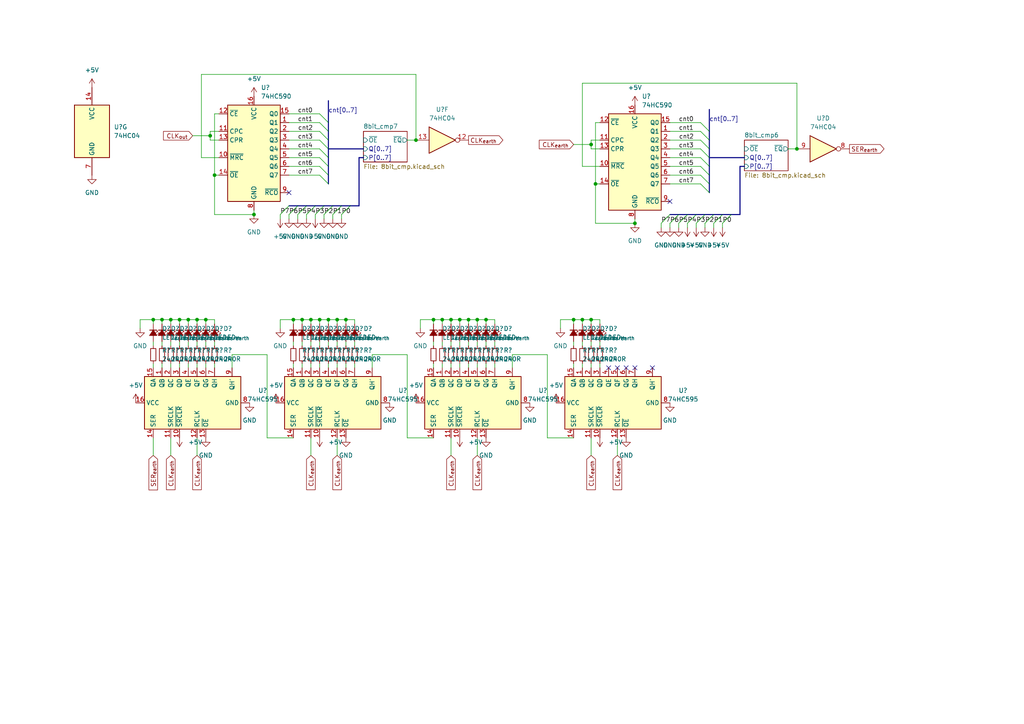
<source format=kicad_sch>
(kicad_sch (version 20230121) (generator eeschema)
  (paper "A4")
  (lib_symbols
    (symbol "74xx:74HC04"
      (property "Reference" "U" (at 0 1.27 0))
      (property "Value" "74HC04" (at 0 -1.27 0))
      (symbol "74HC04_1_0"
        (polyline (pts (xy -3.81 3.81) (xy -3.81 -3.81) (xy 3.81 0) (xy -3.81 3.81)) (stroke (width 0.254)) (fill (type background)))
        (pin input line (at -7.62 0 0) (length 3.81) (name "~") (number "1"))
        (pin output inverted (at 7.62 0 180) (length 3.81) (name "~") (number "2"))
      )
      (symbol "74HC04_2_0"
        (polyline (pts (xy -3.81 3.81) (xy -3.81 -3.81) (xy 3.81 0) (xy -3.81 3.81)) (stroke (width 0.254)) (fill (type background)))
        (pin input line (at -7.62 0 0) (length 3.81) (name "~") (number "3"))
        (pin output inverted (at 7.62 0 180) (length 3.81) (name "~") (number "4"))
      )
      (symbol "74HC04_3_0"
        (polyline (pts (xy -3.81 3.81) (xy -3.81 -3.81) (xy 3.81 0) (xy -3.81 3.81)) (stroke (width 0.254)) (fill (type background)))
        (pin input line (at -7.62 0 0) (length 3.81) (name "~") (number "5"))
        (pin output inverted (at 7.62 0 180) (length 3.81) (name "~") (number "6"))
      )
      (symbol "74HC04_4_0"
        (polyline (pts (xy -3.81 3.81) (xy -3.81 -3.81) (xy 3.81 0) (xy -3.81 3.81)) (stroke (width 0.254)) (fill (type background)))
        (pin output inverted (at 7.62 0 180) (length 3.81) (name "~") (number "8"))
        (pin input line (at -7.62 0 0) (length 3.81) (name "~") (number "9"))
      )
      (symbol "74HC04_5_0"
        (polyline (pts (xy -3.81 3.81) (xy -3.81 -3.81) (xy 3.81 0) (xy -3.81 3.81)) (stroke (width 0.254)) (fill (type background)))
        (pin output inverted (at 7.62 0 180) (length 3.81) (name "~") (number "10"))
        (pin input line (at -7.62 0 0) (length 3.81) (name "~") (number "11"))
      )
      (symbol "74HC04_6_0"
        (polyline (pts (xy -3.81 3.81) (xy -3.81 -3.81) (xy 3.81 0) (xy -3.81 3.81)) (stroke (width 0.254)) (fill (type background)))
        (pin output inverted (at 7.62 0 180) (length 3.81) (name "~") (number "12"))
        (pin input line (at -7.62 0 0) (length 3.81) (name "~") (number "13"))
      )
      (symbol "74HC04_7_0"
        (pin power_in line (at 0 12.7 270) (length 5.08) (name "VCC") (number "14"))
        (pin power_in line (at 0 -12.7 90) (length 5.08) (name "GND") (number "7"))
      )
      (symbol "74HC04_7_1"
        (rectangle (start -5.08 7.62) (end 5.08 -7.62) (stroke (width 0.254)) (fill (type background)))
      )
    )
    (symbol "74xx:74HC590"
      (property "Reference" "U" (at -7.62 16.51 0))
      (property "Value" "74HC590" (at -7.62 -13.97 0))
      (symbol "74HC590_1_0"
        (pin tri_state line (at 10.16 10.16 180) (length 2.54) (name "Q1") (number "1"))
        (pin input line (at -10.16 0 0) (length 2.54) (name "~{MRC}") (number "10"))
        (pin input line (at -10.16 7.62 0) (length 2.54) (name "CPC") (number "11"))
        (pin input line (at -10.16 12.7 0) (length 2.54) (name "~{CE}") (number "12"))
        (pin input line (at -10.16 5.08 0) (length 2.54) (name "CPR") (number "13"))
        (pin input line (at -10.16 -5.08 0) (length 2.54) (name "~{OE}") (number "14"))
        (pin tri_state line (at 10.16 12.7 180) (length 2.54) (name "Q0") (number "15"))
        (pin power_in line (at 0 17.78 270) (length 2.54) (name "VCC") (number "16"))
        (pin tri_state line (at 10.16 7.62 180) (length 2.54) (name "Q2") (number "2"))
        (pin tri_state line (at 10.16 5.08 180) (length 2.54) (name "Q3") (number "3"))
        (pin tri_state line (at 10.16 2.54 180) (length 2.54) (name "Q4") (number "4"))
        (pin tri_state line (at 10.16 0 180) (length 2.54) (name "Q5") (number "5"))
        (pin tri_state line (at 10.16 -2.54 180) (length 2.54) (name "Q6") (number "6"))
        (pin tri_state line (at 10.16 -5.08 180) (length 2.54) (name "Q7") (number "7"))
        (pin power_in line (at 0 -15.24 90) (length 2.54) (name "GND") (number "8"))
        (pin output line (at 10.16 -10.16 180) (length 2.54) (name "~{RCO}") (number "9"))
      )
      (symbol "74HC590_1_1"
        (rectangle (start -7.62 15.24) (end 7.62 -12.7) (stroke (width 0.254)) (fill (type background)))
      )
    )
    (symbol "74xx:74HC595"
      (property "Reference" "U" (at -7.62 13.97 0))
      (property "Value" "74HC595" (at -7.62 -16.51 0))
      (symbol "74HC595_1_0"
        (pin tri_state line (at 10.16 7.62 180) (length 2.54) (name "QB") (number "1"))
        (pin input line (at -10.16 2.54 0) (length 2.54) (name "~{SRCLR}") (number "10"))
        (pin input line (at -10.16 5.08 0) (length 2.54) (name "SRCLK") (number "11"))
        (pin input line (at -10.16 -2.54 0) (length 2.54) (name "RCLK") (number "12"))
        (pin input line (at -10.16 -5.08 0) (length 2.54) (name "~{OE}") (number "13"))
        (pin input line (at -10.16 10.16 0) (length 2.54) (name "SER") (number "14"))
        (pin tri_state line (at 10.16 10.16 180) (length 2.54) (name "QA") (number "15"))
        (pin power_in line (at 0 15.24 270) (length 2.54) (name "VCC") (number "16"))
        (pin tri_state line (at 10.16 5.08 180) (length 2.54) (name "QC") (number "2"))
        (pin tri_state line (at 10.16 2.54 180) (length 2.54) (name "QD") (number "3"))
        (pin tri_state line (at 10.16 0 180) (length 2.54) (name "QE") (number "4"))
        (pin tri_state line (at 10.16 -2.54 180) (length 2.54) (name "QF") (number "5"))
        (pin tri_state line (at 10.16 -5.08 180) (length 2.54) (name "QG") (number "6"))
        (pin tri_state line (at 10.16 -7.62 180) (length 2.54) (name "QH") (number "7"))
        (pin power_in line (at 0 -17.78 90) (length 2.54) (name "GND") (number "8"))
        (pin output line (at 10.16 -12.7 180) (length 2.54) (name "QH'") (number "9"))
      )
      (symbol "74HC595_1_1"
        (rectangle (start -7.62 12.7) (end 7.62 -15.24) (stroke (width 0.254)) (fill (type background)))
      )
    )
    (symbol "Device:LED_Small_Filled" (pin_numbers hide) (pin_names (offset 0.254) hide)
      (property "Reference" "D" (at -1.27 3.175 0))
      (property "Value" "LED_Small_Filled" (at -4.445 -2.54 0))
      (symbol "LED_Small_Filled_0_1"
        (polyline (pts (xy -0.762 -1.016) (xy -0.762 1.016)) (stroke (width 0.254)))
        (polyline (pts (xy 1.016 0) (xy -0.762 0)))
        (polyline (pts (xy 0.762 -1.016) (xy -0.762 0) (xy 0.762 1.016) (xy 0.762 -1.016)) (stroke (width 0.254)) (fill (type outline)))
        (polyline (pts (xy 0 0.762) (xy -0.508 1.27) (xy -0.254 1.27) (xy -0.508 1.27) (xy -0.508 1.016)))
        (polyline (pts (xy 0.508 1.27) (xy 0 1.778) (xy 0.254 1.778) (xy 0 1.778) (xy 0 1.524)))
      )
      (symbol "LED_Small_Filled_1_1"
        (pin passive line (at -2.54 0 0) (length 1.778) (name "K") (number "1"))
        (pin passive line (at 2.54 0 180) (length 1.778) (name "A") (number "2"))
      )
    )
    (symbol "Device:R_Small" (pin_numbers hide) (pin_names (offset 0.254) hide)
      (property "Reference" "R" (at 0.762 0.508 0))
      (property "Value" "R_Small" (at 0.762 -1.016 0))
      (symbol "R_Small_0_1"
        (rectangle (start -0.762 1.778) (end 0.762 -1.778) (stroke (width 0.2032)))
      )
      (symbol "R_Small_1_1"
        (pin passive line (at 0 2.54 270) (length 0.762) (name "~") (number "1"))
        (pin passive line (at 0 -2.54 90) (length 0.762) (name "~") (number "2"))
      )
    )
    (symbol "power:+5V" (power) (pin_names (offset 0))
      (property "Value" "+5V" (at 0 3.556 0))
      (symbol "+5V_0_1"
        (polyline (pts (xy -0.762 1.27) (xy 0 2.54)))
        (polyline (pts (xy 0 0) (xy 0 2.54)))
        (polyline (pts (xy 0 2.54) (xy 0.762 1.27)))
      )
      (symbol "+5V_1_1"
        (pin power_in line (at 0 0 90) (length 0) hide (name "+5V") (number "1"))
      )
    )
    (symbol "power:GND" (power) (pin_names (offset 0))
      (property "Value" "GND" (at 0 -3.81 0))
      (symbol "GND_0_1"
        (polyline (pts (xy 0 0) (xy 0 -1.27) (xy 1.27 -1.27) (xy 0 -2.54) (xy -1.27 -1.27) (xy 0 -1.27)))
      )
      (symbol "GND_1_1"
        (pin power_in line (at 0 0 270) (length 0) hide (name "GND") (number "1"))
      )
    )
  )
  (junction (at 166.37 92.71))
  (junction (at 138.43 92.71))
  (junction (at 52.07 92.71))
  (junction (at 97.79 92.71))
  (junction (at 57.15 92.71))
  (junction (at 120.65 40.64))
  (junction (at 49.53 92.71))
  (junction (at 46.99 92.71))
  (junction (at 90.17 92.71))
  (junction (at 130.81 92.71))
  (junction (at 60.96 39.37))
  (junction (at 172.72 53.34))
  (junction (at 133.35 92.71))
  (junction (at 87.63 92.71))
  (junction (at 125.73 92.71))
  (junction (at 54.61 92.71))
  (junction (at 92.71 92.71))
  (junction (at 171.45 92.71))
  (junction (at 168.91 92.71))
  (junction (at 59.69 92.71))
  (junction (at 231.14 43.18))
  (junction (at 140.97 92.71))
  (junction (at 100.33 92.71))
  (junction (at 95.25 92.71))
  (junction (at 62.23 50.8))
  (junction (at 171.45 41.91))
  (junction (at 85.09 92.71))
  (junction (at 128.27 92.71))
  (junction (at 44.45 92.71))
  (junction (at 135.89 92.71))
  (junction (at 184.15 64.77))
  (junction (at 73.66 62.23))
  (no_connect (at 83.82 55.88))
  (no_connect (at 189.23 106.68))
  (no_connect (at 181.61 106.68))
  (no_connect (at 176.53 106.68))
  (no_connect (at 184.15 106.68))
  (no_connect (at 179.07 106.68))
  (no_connect (at 194.31 58.42))
  (bus_entry (at 199.39 62.23) (size -2.54 2.54))
  (bus_entry (at 204.47 62.23) (size -2.54 2.54))
  (bus_entry (at 203.2 45.72) (size 2.54 2.54))
  (bus_entry (at 96.52 59.69) (size -2.54 2.54))
  (bus_entry (at 201.93 62.23) (size -2.54 2.54))
  (bus_entry (at 92.71 35.56) (size 2.54 2.54))
  (bus_entry (at 93.98 59.69) (size -2.54 2.54))
  (bus_entry (at 209.55 62.23) (size -2.54 2.54))
  (bus_entry (at 203.2 35.56) (size 2.54 2.54))
  (bus_entry (at 91.44 59.69) (size -2.54 2.54))
  (bus_entry (at 92.71 40.64) (size 2.54 2.54))
  (bus_entry (at 92.71 43.18) (size 2.54 2.54))
  (bus_entry (at 99.06 59.69) (size -2.54 2.54))
  (bus_entry (at 101.6 59.69) (size -2.54 2.54))
  (bus_entry (at 194.31 62.23) (size -2.54 2.54))
  (bus_entry (at 86.36 59.69) (size -2.54 2.54))
  (bus_entry (at 203.2 53.34) (size 2.54 2.54))
  (bus_entry (at 207.01 62.23) (size -2.54 2.54))
  (bus_entry (at 92.71 50.8) (size 2.54 2.54))
  (bus_entry (at 88.9 59.69) (size -2.54 2.54))
  (bus_entry (at 92.71 33.02) (size 2.54 2.54))
  (bus_entry (at 196.85 62.23) (size -2.54 2.54))
  (bus_entry (at 83.82 59.69) (size -2.54 2.54))
  (bus_entry (at 203.2 40.64) (size 2.54 2.54))
  (bus_entry (at 92.71 38.1) (size 2.54 2.54))
  (bus_entry (at 92.71 48.26) (size 2.54 2.54))
  (bus_entry (at 203.2 48.26) (size 2.54 2.54))
  (bus_entry (at 212.09 62.23) (size -2.54 2.54))
  (bus_entry (at 203.2 43.18) (size 2.54 2.54))
  (bus_entry (at 203.2 38.1) (size 2.54 2.54))
  (bus_entry (at 92.71 45.72) (size 2.54 2.54))
  (bus_entry (at 203.2 50.8) (size 2.54 2.54))
  (wire (pts (xy 90.17 105.41) (xy 90.17 106.68)))
  (wire (pts (xy 54.61 92.71) (xy 54.61 93.98)))
  (wire (pts (xy 62.23 105.41) (xy 62.23 106.68)))
  (wire (pts (xy 87.63 99.06) (xy 87.63 100.33)))
  (wire (pts (xy 83.82 40.64) (xy 92.71 40.64)))
  (wire (pts (xy 44.45 105.41) (xy 44.45 106.68)))
  (wire (pts (xy 130.81 127) (xy 130.81 132.08)))
  (wire (pts (xy 143.51 99.06) (xy 143.51 100.33)))
  (wire (pts (xy 100.33 92.71) (xy 100.33 93.98)))
  (wire (pts (xy 83.82 35.56) (xy 92.71 35.56)))
  (wire (pts (xy 83.82 62.23) (xy 83.82 63.5)))
  (wire (pts (xy 128.27 105.41) (xy 128.27 106.68)))
  (wire (pts (xy 231.14 24.13) (xy 168.91 24.13)))
  (wire (pts (xy 118.11 127) (xy 125.73 127)))
  (wire (pts (xy 60.96 39.37) (xy 60.96 38.1)))
  (wire (pts (xy 54.61 92.71) (xy 57.15 92.71)))
  (wire (pts (xy 95.25 92.71) (xy 95.25 93.98)))
  (wire (pts (xy 49.53 92.71) (xy 49.53 93.98)))
  (wire (pts (xy 133.35 99.06) (xy 133.35 100.33)))
  (wire (pts (xy 171.45 43.18) (xy 171.45 41.91)))
  (wire (pts (xy 46.99 92.71) (xy 49.53 92.71)))
  (wire (pts (xy 173.99 105.41) (xy 173.99 106.68)))
  (wire (pts (xy 194.31 35.56) (xy 203.2 35.56)))
  (wire (pts (xy 62.23 99.06) (xy 62.23 100.33)))
  (wire (pts (xy 62.23 62.23) (xy 62.23 50.8)))
  (wire (pts (xy 166.37 41.91) (xy 171.45 41.91)))
  (wire (pts (xy 99.06 62.23) (xy 99.06 63.5)))
  (wire (pts (xy 81.28 62.23) (xy 81.28 63.5)))
  (wire (pts (xy 85.09 99.06) (xy 85.09 100.33)))
  (wire (pts (xy 95.25 105.41) (xy 95.25 106.68)))
  (wire (pts (xy 46.99 92.71) (xy 46.99 93.98)))
  (wire (pts (xy 158.75 127) (xy 166.37 127)))
  (wire (pts (xy 171.45 41.91) (xy 171.45 40.64)))
  (wire (pts (xy 184.15 63.5) (xy 184.15 64.77)))
  (wire (pts (xy 168.91 48.26) (xy 173.99 48.26)))
  (wire (pts (xy 49.53 99.06) (xy 49.53 100.33)))
  (wire (pts (xy 207.01 64.77) (xy 207.01 66.04)))
  (bus (pts (xy 205.74 43.18) (xy 205.74 45.72)))
  (wire (pts (xy 194.31 38.1) (xy 203.2 38.1)))
  (wire (pts (xy 133.35 92.71) (xy 135.89 92.71)))
  (wire (pts (xy 62.23 33.02) (xy 63.5 33.02)))
  (wire (pts (xy 40.64 92.71) (xy 44.45 92.71)))
  (wire (pts (xy 121.92 92.71) (xy 121.92 95.25)))
  (wire (pts (xy 107.95 106.68) (xy 107.95 102.87)))
  (bus (pts (xy 194.31 62.23) (xy 196.85 62.23)))
  (bus (pts (xy 214.63 62.23) (xy 214.63 48.26)))
  (wire (pts (xy 49.53 127) (xy 49.53 132.08)))
  (wire (pts (xy 81.28 92.71) (xy 81.28 95.25)))
  (bus (pts (xy 209.55 62.23) (xy 212.09 62.23)))
  (bus (pts (xy 83.82 59.69) (xy 86.36 59.69)))
  (wire (pts (xy 49.53 92.71) (xy 52.07 92.71)))
  (wire (pts (xy 46.99 99.06) (xy 46.99 100.33)))
  (wire (pts (xy 62.23 50.8) (xy 62.23 33.02)))
  (wire (pts (xy 194.31 48.26) (xy 203.2 48.26)))
  (wire (pts (xy 100.33 99.06) (xy 100.33 100.33)))
  (wire (pts (xy 194.31 53.34) (xy 203.2 53.34)))
  (wire (pts (xy 158.75 102.87) (xy 158.75 127)))
  (wire (pts (xy 166.37 105.41) (xy 166.37 106.68)))
  (bus (pts (xy 93.98 59.69) (xy 96.52 59.69)))
  (wire (pts (xy 201.93 64.77) (xy 201.93 66.04)))
  (wire (pts (xy 59.69 92.71) (xy 59.69 93.98)))
  (bus (pts (xy 205.74 40.64) (xy 205.74 43.18)))
  (bus (pts (xy 95.25 45.72) (xy 95.25 48.26)))
  (wire (pts (xy 52.07 105.41) (xy 52.07 106.68)))
  (bus (pts (xy 95.25 40.64) (xy 95.25 43.18)))
  (wire (pts (xy 62.23 50.8) (xy 63.5 50.8)))
  (wire (pts (xy 97.79 92.71) (xy 100.33 92.71)))
  (wire (pts (xy 73.66 62.23) (xy 62.23 62.23)))
  (wire (pts (xy 140.97 92.71) (xy 140.97 93.98)))
  (wire (pts (xy 196.85 64.77) (xy 196.85 66.04)))
  (wire (pts (xy 90.17 92.71) (xy 92.71 92.71)))
  (wire (pts (xy 130.81 92.71) (xy 130.81 93.98)))
  (bus (pts (xy 196.85 62.23) (xy 199.39 62.23)))
  (bus (pts (xy 201.93 62.23) (xy 204.47 62.23)))
  (wire (pts (xy 172.72 53.34) (xy 172.72 35.56)))
  (wire (pts (xy 231.14 43.18) (xy 231.14 24.13)))
  (wire (pts (xy 90.17 127) (xy 90.17 132.08)))
  (bus (pts (xy 95.25 35.56) (xy 95.25 38.1)))
  (wire (pts (xy 62.23 92.71) (xy 62.23 93.98)))
  (wire (pts (xy 143.51 105.41) (xy 143.51 106.68)))
  (wire (pts (xy 52.07 99.06) (xy 52.07 100.33)))
  (wire (pts (xy 138.43 127) (xy 138.43 132.08)))
  (bus (pts (xy 205.74 45.72) (xy 215.9 45.72)))
  (wire (pts (xy 172.72 53.34) (xy 173.99 53.34)))
  (wire (pts (xy 92.71 105.41) (xy 92.71 106.68)))
  (wire (pts (xy 102.87 99.06) (xy 102.87 100.33)))
  (wire (pts (xy 58.42 21.59) (xy 58.42 45.72)))
  (wire (pts (xy 83.82 43.18) (xy 92.71 43.18)))
  (wire (pts (xy 57.15 105.41) (xy 57.15 106.68)))
  (bus (pts (xy 205.74 45.72) (xy 205.74 48.26)))
  (wire (pts (xy 92.71 92.71) (xy 95.25 92.71)))
  (wire (pts (xy 118.11 40.64) (xy 120.65 40.64)))
  (wire (pts (xy 120.65 40.64) (xy 120.65 21.59)))
  (wire (pts (xy 100.33 105.41) (xy 100.33 106.68)))
  (wire (pts (xy 125.73 99.06) (xy 125.73 100.33)))
  (wire (pts (xy 54.61 99.06) (xy 54.61 100.33)))
  (bus (pts (xy 212.09 62.23) (xy 214.63 62.23)))
  (wire (pts (xy 57.15 99.06) (xy 57.15 100.33)))
  (wire (pts (xy 93.98 62.23) (xy 93.98 63.5)))
  (wire (pts (xy 166.37 92.71) (xy 168.91 92.71)))
  (wire (pts (xy 168.91 24.13) (xy 168.91 48.26)))
  (wire (pts (xy 148.59 102.87) (xy 158.75 102.87)))
  (wire (pts (xy 97.79 127) (xy 97.79 132.08)))
  (wire (pts (xy 168.91 105.41) (xy 168.91 106.68)))
  (wire (pts (xy 90.17 92.71) (xy 90.17 93.98)))
  (bus (pts (xy 205.74 31.75) (xy 205.74 38.1)))
  (bus (pts (xy 205.74 48.26) (xy 205.74 50.8)))
  (wire (pts (xy 171.45 127) (xy 171.45 132.08)))
  (wire (pts (xy 95.25 99.06) (xy 95.25 100.33)))
  (bus (pts (xy 104.14 59.69) (xy 104.14 45.72)))
  (wire (pts (xy 171.45 105.41) (xy 171.45 106.68)))
  (bus (pts (xy 207.01 62.23) (xy 209.55 62.23)))
  (wire (pts (xy 194.31 43.18) (xy 203.2 43.18)))
  (wire (pts (xy 107.95 102.87) (xy 118.11 102.87)))
  (wire (pts (xy 44.45 99.06) (xy 44.45 100.33)))
  (wire (pts (xy 125.73 92.71) (xy 128.27 92.71)))
  (wire (pts (xy 102.87 92.71) (xy 100.33 92.71)))
  (wire (pts (xy 168.91 99.06) (xy 168.91 100.33)))
  (wire (pts (xy 57.15 92.71) (xy 59.69 92.71)))
  (wire (pts (xy 57.15 92.71) (xy 57.15 93.98)))
  (wire (pts (xy 85.09 105.41) (xy 85.09 106.68)))
  (wire (pts (xy 173.99 92.71) (xy 173.99 93.98)))
  (wire (pts (xy 57.15 127) (xy 57.15 132.08)))
  (wire (pts (xy 85.09 92.71) (xy 85.09 93.98)))
  (wire (pts (xy 166.37 92.71) (xy 166.37 93.98)))
  (wire (pts (xy 171.45 92.71) (xy 173.99 92.71)))
  (wire (pts (xy 102.87 92.71) (xy 102.87 93.98)))
  (bus (pts (xy 204.47 62.23) (xy 207.01 62.23)))
  (wire (pts (xy 85.09 92.71) (xy 87.63 92.71)))
  (wire (pts (xy 87.63 92.71) (xy 87.63 93.98)))
  (wire (pts (xy 62.23 92.71) (xy 59.69 92.71)))
  (wire (pts (xy 143.51 92.71) (xy 143.51 93.98)))
  (wire (pts (xy 54.61 105.41) (xy 54.61 106.68)))
  (wire (pts (xy 135.89 92.71) (xy 138.43 92.71)))
  (wire (pts (xy 209.55 64.77) (xy 209.55 66.04)))
  (wire (pts (xy 77.47 102.87) (xy 77.47 127)))
  (wire (pts (xy 184.15 64.77) (xy 172.72 64.77)))
  (wire (pts (xy 168.91 92.71) (xy 168.91 93.98)))
  (bus (pts (xy 205.74 50.8) (xy 205.74 53.34)))
  (wire (pts (xy 138.43 92.71) (xy 138.43 93.98)))
  (bus (pts (xy 95.25 38.1) (xy 95.25 40.64)))
  (wire (pts (xy 138.43 92.71) (xy 140.97 92.71)))
  (wire (pts (xy 125.73 105.41) (xy 125.73 106.68)))
  (wire (pts (xy 77.47 127) (xy 85.09 127)))
  (wire (pts (xy 135.89 105.41) (xy 135.89 106.68)))
  (wire (pts (xy 91.44 62.23) (xy 91.44 63.5)))
  (wire (pts (xy 140.97 99.06) (xy 140.97 100.33)))
  (wire (pts (xy 96.52 62.23) (xy 96.52 63.5)))
  (wire (pts (xy 138.43 105.41) (xy 138.43 106.68)))
  (wire (pts (xy 52.07 92.71) (xy 54.61 92.71)))
  (wire (pts (xy 60.96 38.1) (xy 63.5 38.1)))
  (wire (pts (xy 171.45 40.64) (xy 173.99 40.64)))
  (wire (pts (xy 173.99 43.18) (xy 171.45 43.18)))
  (wire (pts (xy 128.27 92.71) (xy 130.81 92.71)))
  (wire (pts (xy 168.91 92.71) (xy 171.45 92.71)))
  (wire (pts (xy 172.72 64.77) (xy 172.72 53.34)))
  (wire (pts (xy 83.82 48.26) (xy 92.71 48.26)))
  (wire (pts (xy 58.42 45.72) (xy 63.5 45.72)))
  (wire (pts (xy 130.81 92.71) (xy 133.35 92.71)))
  (wire (pts (xy 92.71 99.06) (xy 92.71 100.33)))
  (wire (pts (xy 83.82 45.72) (xy 92.71 45.72)))
  (wire (pts (xy 143.51 92.71) (xy 140.97 92.71)))
  (wire (pts (xy 228.6 43.18) (xy 231.14 43.18)))
  (bus (pts (xy 205.74 53.34) (xy 205.74 55.88)))
  (wire (pts (xy 135.89 92.71) (xy 135.89 93.98)))
  (wire (pts (xy 130.81 99.06) (xy 130.81 100.33)))
  (wire (pts (xy 83.82 38.1) (xy 92.71 38.1)))
  (wire (pts (xy 173.99 99.06) (xy 173.99 100.33)))
  (wire (pts (xy 87.63 105.41) (xy 87.63 106.68)))
  (wire (pts (xy 97.79 92.71) (xy 97.79 93.98)))
  (bus (pts (xy 91.44 59.69) (xy 93.98 59.69)))
  (wire (pts (xy 162.56 92.71) (xy 162.56 95.25)))
  (wire (pts (xy 171.45 92.71) (xy 171.45 93.98)))
  (wire (pts (xy 92.71 92.71) (xy 92.71 93.98)))
  (bus (pts (xy 214.63 48.26) (xy 215.9 48.26)))
  (wire (pts (xy 138.43 99.06) (xy 138.43 100.33)))
  (bus (pts (xy 101.6 59.69) (xy 104.14 59.69)))
  (wire (pts (xy 63.5 40.64) (xy 60.96 40.64)))
  (wire (pts (xy 97.79 105.41) (xy 97.79 106.68)))
  (wire (pts (xy 194.31 64.77) (xy 194.31 66.04)))
  (wire (pts (xy 148.59 106.68) (xy 148.59 102.87)))
  (wire (pts (xy 52.07 92.71) (xy 52.07 93.98)))
  (wire (pts (xy 67.31 106.68) (xy 67.31 102.87)))
  (wire (pts (xy 128.27 92.71) (xy 128.27 93.98)))
  (wire (pts (xy 44.45 132.08) (xy 44.45 127)))
  (bus (pts (xy 88.9 59.69) (xy 91.44 59.69)))
  (bus (pts (xy 95.25 29.21) (xy 95.25 35.56)))
  (wire (pts (xy 59.69 99.06) (xy 59.69 100.33)))
  (bus (pts (xy 86.36 59.69) (xy 88.9 59.69)))
  (wire (pts (xy 40.64 92.71) (xy 40.64 95.25)))
  (bus (pts (xy 95.25 43.18) (xy 105.41 43.18)))
  (wire (pts (xy 83.82 50.8) (xy 92.71 50.8)))
  (wire (pts (xy 140.97 105.41) (xy 140.97 106.68)))
  (wire (pts (xy 194.31 50.8) (xy 203.2 50.8)))
  (wire (pts (xy 171.45 99.06) (xy 171.45 100.33)))
  (wire (pts (xy 130.81 105.41) (xy 130.81 106.68)))
  (wire (pts (xy 87.63 92.71) (xy 90.17 92.71)))
  (wire (pts (xy 59.69 105.41) (xy 59.69 106.68)))
  (wire (pts (xy 49.53 105.41) (xy 49.53 106.68)))
  (wire (pts (xy 67.31 102.87) (xy 77.47 102.87)))
  (wire (pts (xy 179.07 127) (xy 179.07 132.08)))
  (wire (pts (xy 95.25 92.71) (xy 97.79 92.71)))
  (wire (pts (xy 166.37 99.06) (xy 166.37 100.33)))
  (wire (pts (xy 102.87 105.41) (xy 102.87 106.68)))
  (bus (pts (xy 95.25 50.8) (xy 95.25 53.34)))
  (wire (pts (xy 60.96 40.64) (xy 60.96 39.37)))
  (wire (pts (xy 118.11 102.87) (xy 118.11 127)))
  (wire (pts (xy 125.73 92.71) (xy 125.73 93.98)))
  (wire (pts (xy 162.56 92.71) (xy 166.37 92.71)))
  (wire (pts (xy 194.31 45.72) (xy 203.2 45.72)))
  (wire (pts (xy 81.28 92.71) (xy 85.09 92.71)))
  (wire (pts (xy 97.79 99.06) (xy 97.79 100.33)))
  (wire (pts (xy 191.77 64.77) (xy 191.77 66.04)))
  (bus (pts (xy 95.25 48.26) (xy 95.25 50.8)))
  (bus (pts (xy 199.39 62.23) (xy 201.93 62.23)))
  (bus (pts (xy 104.14 45.72) (xy 105.41 45.72)))
  (bus (pts (xy 99.06 59.69) (xy 101.6 59.69)))
  (bus (pts (xy 96.52 59.69) (xy 99.06 59.69)))
  (wire (pts (xy 44.45 92.71) (xy 44.45 93.98)))
  (wire (pts (xy 204.47 64.77) (xy 204.47 66.04)))
  (wire (pts (xy 44.45 92.71) (xy 46.99 92.71)))
  (bus (pts (xy 95.25 43.18) (xy 95.25 45.72)))
  (bus (pts (xy 205.74 38.1) (xy 205.74 40.64)))
  (wire (pts (xy 172.72 35.56) (xy 173.99 35.56)))
  (wire (pts (xy 90.17 99.06) (xy 90.17 100.33)))
  (wire (pts (xy 194.31 40.64) (xy 203.2 40.64)))
  (wire (pts (xy 46.99 105.41) (xy 46.99 106.68)))
  (wire (pts (xy 128.27 99.06) (xy 128.27 100.33)))
  (wire (pts (xy 83.82 33.02) (xy 92.71 33.02)))
  (wire (pts (xy 120.65 21.59) (xy 58.42 21.59)))
  (wire (pts (xy 199.39 64.77) (xy 199.39 66.04)))
  (wire (pts (xy 73.66 60.96) (xy 73.66 62.23)))
  (wire (pts (xy 55.88 39.37) (xy 60.96 39.37)))
  (wire (pts (xy 88.9 62.23) (xy 88.9 63.5)))
  (wire (pts (xy 135.89 99.06) (xy 135.89 100.33)))
  (wire (pts (xy 86.36 62.23) (xy 86.36 63.5)))
  (wire (pts (xy 133.35 105.41) (xy 133.35 106.68)))
  (wire (pts (xy 121.92 92.71) (xy 125.73 92.71)))
  (wire (pts (xy 133.35 92.71) (xy 133.35 93.98)))
  (label "P4" (at 88.9 62.23 0))
  (label "cnt7" (at 196.85 53.34 0))
  (label "cnt[0..7]" (at 95.25 33.02 0))
  (label "cnt4" (at 86.36 43.18 0))
  (label "cnt1" (at 86.36 35.56 0))
  (label "cnt[0..7]" (at 205.74 35.56 0))
  (label "P6" (at 83.82 62.23 0))
  (label "P0" (at 99.06 62.23 0))
  (label "P0" (at 209.55 64.77 0))
  (label "cnt0" (at 196.85 35.56 0))
  (label "cnt7" (at 86.36 50.8 0))
  (label "P3" (at 201.93 64.77 0))
  (label "cnt6" (at 86.36 48.26 0))
  (label "cnt1" (at 196.85 38.1 0))
  (label "P2" (at 93.98 62.23 0))
  (label "P5" (at 196.85 64.77 0))
  (label "P2" (at 204.47 64.77 0))
  (label "cnt2" (at 86.4114 38.1 0))
  (label "P7" (at 191.77 64.77 0))
  (label "cnt2" (at 196.9014 40.64 0))
  (label "cnt0" (at 86.36 33.02 0))
  (label "cnt5" (at 86.36 45.72 0))
  (label "cnt3" (at 86.36 40.64 0))
  (label "P1" (at 207.01 64.77 0))
  (label "cnt4" (at 196.85 45.72 0))
  (label "cnt5" (at 196.85 48.26 0))
  (label "P6" (at 194.31 64.77 0))
  (label "P4" (at 199.39 64.77 0))
  (label "P3" (at 91.44 62.23 0))
  (label "cnt6" (at 196.85 50.8 0))
  (label "P7" (at 81.28 62.23 0))
  (label "P5" (at 86.36 62.23 0))
  (label "P1" (at 96.52 62.23 0))
  (label "cnt3" (at 196.85 43.18 0))
  (global_label "CLK_{earth}" (shape input) (at 179.07 132.08 270) (property "Intersheetrefs" "${INTERSHEET_REFS}" (effects hide)))
  (global_label "CLK_{earth}" (shape input) (at 90.17 132.08 270) (property "Intersheetrefs" "${INTERSHEET_REFS}" (effects hide)))
  (global_label "CLK_{earth}" (shape input) (at 138.43 132.08 270) (property "Intersheetrefs" "${INTERSHEET_REFS}" (effects hide)))
  (global_label "CLK_{earth}" (shape input) (at 57.15 132.08 270) (property "Intersheetrefs" "${INTERSHEET_REFS}" (effects hide)))
  (global_label "CLK_{earth}" (shape input) (at 166.37 41.91 180) (property "Intersheetrefs" "${INTERSHEET_REFS}" (effects hide)))
  (global_label "SER_{earth}" (shape input) (at 44.45 132.08 270) (property "Intersheetrefs" "${INTERSHEET_REFS}" (effects hide)))
  (global_label "CLK_{earth}" (shape input) (at 49.53 132.08 270) (property "Intersheetrefs" "${INTERSHEET_REFS}" (effects hide)))
  (global_label "CLK_{earth}" (shape output) (at 135.89 40.64 0) (property "Intersheetrefs" "${INTERSHEET_REFS}" (effects hide)))
  (global_label "CLK_{earth}" (shape input) (at 97.79 132.08 270) (property "Intersheetrefs" "${INTERSHEET_REFS}" (effects hide)))
  (global_label "CLK_{out}" (shape input) (at 55.88 39.37 180) (property "Intersheetrefs" "${INTERSHEET_REFS}" (effects hide)))
  (global_label "SER_{earth}" (shape output) (at 246.38 43.18 0) (property "Intersheetrefs" "${INTERSHEET_REFS}" (effects hide)))
  (global_label "CLK_{earth}" (shape input) (at 130.81 132.08 270) (property "Intersheetrefs" "${INTERSHEET_REFS}" (effects hide)))
  (global_label "CLK_{earth}" (shape input) (at 171.45 132.08 270) (property "Intersheetrefs" "${INTERSHEET_REFS}" (effects hide)))
  (symbol (lib_id "power:+5V") (at 173.99 127 180) (unit 1)
    (property "Reference" "#PWR?" (effects hide))
    (property "Value" "+5V" (at 176.53 128.2699 0) (effects (justify right)))
  )
  (symbol (lib_id "74xx:74HC595") (at 135.89 116.84 90) (unit 1)
    (property "Reference" "U?" (at 157.48 113.2586 90))
    (property "Value" "74HC595" (at 157.48 115.7986 90))
    (property "Datasheet" "http://www.ti.com/lit/ds/symlink/sn74hc595.pdf" (effects hide))
  )
  (symbol (lib_id "Device:R_Small") (at 168.91 102.87 0) (unit 1)
    (property "Reference" "R?" (at 171.45 101.5999 0) (effects (justify left)))
    (property "Value" "240R" (at 171.45 104.1399 0) (effects (justify left)))
  )
  (symbol (lib_id "Device:LED_Small_Filled") (at 57.15 96.52 270) (unit 1)
    (property "Reference" "D?" (at 59.69 95.3134 90) (effects (justify left)))
    (property "Value" "LED_{earth}" (at 59.69 97.8534 90) (effects (justify left)))
  )
  (symbol (lib_id "power:GND") (at 72.39 116.84 0) (unit 1)
    (property "Reference" "#PWR?" (effects hide))
    (property "Value" "GND" (at 72.39 121.92 0))
  )
  (symbol (lib_id "Device:LED_Small_Filled") (at 125.73 96.52 270) (unit 1)
    (property "Reference" "D?" (at 128.27 95.3134 90) (effects (justify left)))
    (property "Value" "LED_{earth}" (at 128.27 97.8534 90) (effects (justify left)))
  )
  (symbol (lib_id "power:+5V") (at 207.01 66.04 180) (unit 1)
    (property "Reference" "#PWR?" (effects hide))
    (property "Value" "+5V" (at 207.01 71.12 0))
  )
  (symbol (lib_id "Device:LED_Small_Filled") (at 135.89 96.52 270) (unit 1)
    (property "Reference" "D?" (at 138.43 95.3134 90) (effects (justify left)))
    (property "Value" "LED_{earth}" (at 138.43 97.8534 90) (effects (justify left)))
  )
  (symbol (lib_id "Device:LED_Small_Filled") (at 138.43 96.52 270) (unit 1)
    (property "Reference" "D?" (at 140.97 95.3134 90) (effects (justify left)))
    (property "Value" "LED_{earth}" (at 140.97 97.8534 90) (effects (justify left)))
  )
  (symbol (lib_id "Device:LED_Small_Filled") (at 140.97 96.52 270) (unit 1)
    (property "Reference" "D?" (at 143.51 95.3134 90) (effects (justify left)))
    (property "Value" "LED_{earth}" (at 143.51 97.8534 90) (effects (justify left)))
  )
  (symbol (lib_id "Device:R_Small") (at 49.53 102.87 0) (unit 1)
    (property "Reference" "R?" (at 52.07 101.5999 0) (effects (justify left)))
    (property "Value" "240R" (at 52.07 104.1399 0) (effects (justify left)))
  )
  (symbol (lib_id "power:GND") (at 153.67 116.84 0) (unit 1)
    (property "Reference" "#PWR?" (effects hide))
    (property "Value" "GND" (at 153.67 121.92 0))
  )
  (symbol (lib_id "74xx:74HC04") (at 238.76 43.18 0) (unit 4)
    (property "Reference" "U?" (at 238.76 34.29 0))
    (property "Value" "74HC04" (at 238.76 36.83 0))
    (property "Datasheet" "https://assets.nexperia.com/documents/data-sheet/74HC_HCT04.pdf" (effects hide))
  )
  (symbol (lib_id "Device:R_Small") (at 46.99 102.87 0) (unit 1)
    (property "Reference" "R?" (at 49.53 101.5999 0) (effects (justify left)))
    (property "Value" "240R" (at 49.53 104.1399 0) (effects (justify left)))
  )
  (symbol (lib_id "74xx:74HC595") (at 176.53 116.84 90) (unit 1)
    (property "Reference" "U?" (at 198.12 113.2586 90))
    (property "Value" "74HC595" (at 198.12 115.7986 90))
    (property "Datasheet" "http://www.ti.com/lit/ds/symlink/sn74hc595.pdf" (effects hide))
  )
  (symbol (lib_id "power:+5V") (at 161.29 116.84 0) (unit 1)
    (property "Reference" "#PWR?" (effects hide))
    (property "Value" "+5V" (at 161.29 111.76 0))
  )
  (symbol (lib_id "Device:LED_Small_Filled") (at 171.45 96.52 270) (unit 1)
    (property "Reference" "D?" (at 173.99 95.3134 90) (effects (justify left)))
    (property "Value" "LED_{earth}" (at 173.99 97.8534 90) (effects (justify left)))
  )
  (symbol (lib_id "power:+5V") (at 209.55 66.04 180) (unit 1)
    (property "Reference" "#PWR?" (effects hide))
    (property "Value" "+5V" (at 209.55 71.12 0))
  )
  (symbol (lib_id "power:GND") (at 73.66 62.23 0) (unit 1)
    (property "Reference" "#PWR?" (effects hide))
    (property "Value" "GND" (at 73.66 67.31 0))
  )
  (symbol (lib_id "Device:R_Small") (at 140.97 102.87 0) (unit 1)
    (property "Reference" "R?" (at 143.51 101.5999 0) (effects (justify left)))
    (property "Value" "240R" (at 143.51 104.1399 0) (effects (justify left)))
  )
  (symbol (lib_id "Device:R_Small") (at 52.07 102.87 0) (unit 1)
    (property "Reference" "R?" (at 54.61 101.5999 0) (effects (justify left)))
    (property "Value" "240R" (at 54.61 104.1399 0) (effects (justify left)))
  )
  (symbol (lib_id "power:GND") (at 40.64 95.25 0) (unit 1)
    (property "Reference" "#PWR?" (effects hide))
    (property "Value" "GND" (at 40.64 100.33 0))
  )
  (symbol (lib_id "Device:LED_Small_Filled") (at 133.35 96.52 270) (unit 1)
    (property "Reference" "D?" (at 135.89 95.3134 90) (effects (justify left)))
    (property "Value" "LED_{earth}" (at 135.89 97.8534 90) (effects (justify left)))
  )
  (symbol (lib_id "power:GND") (at 184.15 64.77 0) (unit 1)
    (property "Reference" "#PWR?" (effects hide))
    (property "Value" "GND" (at 184.15 69.85 0))
  )
  (symbol (lib_id "power:GND") (at 88.9 63.5 0) (unit 1)
    (property "Reference" "#PWR?" (effects hide))
    (property "Value" "GND" (at 88.9 68.58 0))
  )
  (symbol (lib_id "power:GND") (at 181.61 127 0) (unit 1)
    (property "Reference" "#PWR?" (effects hide))
    (property "Value" "GND" (at 181.61 132.08 0))
  )
  (symbol (lib_id "74xx:74HC595") (at 54.61 116.84 90) (unit 1)
    (property "Reference" "U?" (at 76.2 113.2586 90))
    (property "Value" "74HC595" (at 76.2 115.7986 90))
    (property "Datasheet" "http://www.ti.com/lit/ds/symlink/sn74hc595.pdf" (effects hide))
  )
  (symbol (lib_id "power:GND") (at 96.52 63.5 0) (unit 1)
    (property "Reference" "#PWR?" (effects hide))
    (property "Value" "GND" (at 96.52 68.58 0))
  )
  (symbol (lib_id "Device:R_Small") (at 90.17 102.87 0) (unit 1)
    (property "Reference" "R?" (at 92.71 101.5999 0) (effects (justify left)))
    (property "Value" "240R" (at 92.71 104.1399 0) (effects (justify left)))
  )
  (symbol (lib_id "Device:R_Small") (at 102.87 102.87 0) (unit 1)
    (property "Reference" "R?" (at 105.41 101.5999 0) (effects (justify left)))
    (property "Value" "240R" (at 105.41 104.1399 0) (effects (justify left)))
  )
  (symbol (lib_id "Device:R_Small") (at 128.27 102.87 0) (unit 1)
    (property "Reference" "R?" (at 130.81 101.5999 0) (effects (justify left)))
    (property "Value" "240R" (at 130.81 104.1399 0) (effects (justify left)))
  )
  (symbol (lib_id "power:+5V") (at 199.39 66.04 180) (unit 1)
    (property "Reference" "#PWR?" (effects hide))
    (property "Value" "+5V" (at 199.39 71.12 0))
  )
  (symbol (lib_id "Device:LED_Small_Filled") (at 100.33 96.52 270) (unit 1)
    (property "Reference" "D?" (at 102.87 95.3134 90) (effects (justify left)))
    (property "Value" "LED_{earth}" (at 102.87 97.8534 90) (effects (justify left)))
  )
  (symbol (lib_id "power:+5V") (at 91.44 63.5 180) (unit 1)
    (property "Reference" "#PWR?" (effects hide))
    (property "Value" "+5V" (at 91.44 68.58 0))
  )
  (symbol (lib_id "Device:LED_Small_Filled") (at 95.25 96.52 270) (unit 1)
    (property "Reference" "D?" (at 97.79 95.3134 90) (effects (justify left)))
    (property "Value" "LED_{earth}" (at 97.79 97.8534 90) (effects (justify left)))
  )
  (symbol (lib_id "power:GND") (at 191.77 66.04 0) (unit 1)
    (property "Reference" "#PWR?" (effects hide))
    (property "Value" "GND" (at 191.77 71.12 0))
  )
  (symbol (lib_id "Device:LED_Small_Filled") (at 92.71 96.52 270) (unit 1)
    (property "Reference" "D?" (at 95.25 95.3134 90) (effects (justify left)))
    (property "Value" "LED_{earth}" (at 95.25 97.8534 90) (effects (justify left)))
  )
  (symbol (lib_id "power:+5V") (at 133.35 127 180) (unit 1)
    (property "Reference" "#PWR?" (effects hide))
    (property "Value" "+5V" (at 135.89 128.2699 0) (effects (justify right)))
  )
  (symbol (lib_id "power:+5V") (at 81.28 63.5 180) (unit 1)
    (property "Reference" "#PWR?" (effects hide))
    (property "Value" "+5V" (at 81.28 68.58 0))
  )
  (symbol (lib_id "Device:R_Small") (at 173.99 102.87 0) (unit 1)
    (property "Reference" "R?" (at 176.53 101.5999 0) (effects (justify left)))
    (property "Value" "240R" (at 176.53 104.1399 0) (effects (justify left)))
  )
  (symbol (lib_id "power:GND") (at 196.85 66.04 0) (unit 1)
    (property "Reference" "#PWR?" (effects hide))
    (property "Value" "GND" (at 196.85 71.12 0))
  )
  (symbol (lib_id "Device:LED_Small_Filled") (at 46.99 96.52 270) (unit 1)
    (property "Reference" "D?" (at 49.53 95.3134 90) (effects (justify left)))
    (property "Value" "LED_{earth}" (at 49.53 97.8534 90) (effects (justify left)))
  )
  (symbol (lib_id "Device:LED_Small_Filled") (at 90.17 96.52 270) (unit 1)
    (property "Reference" "D?" (at 92.71 95.3134 90) (effects (justify left)))
    (property "Value" "LED_{earth}" (at 92.71 97.8534 90) (effects (justify left)))
  )
  (symbol (lib_id "Device:LED_Small_Filled") (at 44.45 96.52 270) (unit 1)
    (property "Reference" "D?" (at 46.99 95.3134 90) (effects (justify left)))
    (property "Value" "LED_{earth}" (at 46.99 97.8534 90) (effects (justify left)))
  )
  (symbol (lib_id "power:GND") (at 194.31 66.04 0) (unit 1)
    (property "Reference" "#PWR?" (effects hide))
    (property "Value" "GND" (at 194.31 71.12 0))
  )
  (symbol (lib_id "Device:R_Small") (at 130.81 102.87 0) (unit 1)
    (property "Reference" "R?" (at 133.35 101.5999 0) (effects (justify left)))
    (property "Value" "240R" (at 133.35 104.1399 0) (effects (justify left)))
  )
  (symbol (lib_id "Device:LED_Small_Filled") (at 143.51 96.52 270) (unit 1)
    (property "Reference" "D?" (at 146.05 95.3134 90) (effects (justify left)))
    (property "Value" "LED_{earth}" (at 146.05 97.8534 90) (effects (justify left)))
  )
  (symbol (lib_id "power:GND") (at 86.36 63.5 0) (unit 1)
    (property "Reference" "#PWR?" (effects hide))
    (property "Value" "GND" (at 86.36 68.58 0))
  )
  (symbol (lib_id "power:GND") (at 83.82 63.5 0) (unit 1)
    (property "Reference" "#PWR?" (effects hide))
    (property "Value" "GND" (at 83.82 68.58 0))
  )
  (symbol (lib_id "Device:R_Small") (at 166.37 102.87 0) (unit 1)
    (property "Reference" "R?" (at 168.91 101.5999 0) (effects (justify left)))
    (property "Value" "240R" (at 168.91 104.1399 0) (effects (justify left)))
  )
  (symbol (lib_id "Device:LED_Small_Filled") (at 49.53 96.52 270) (unit 1)
    (property "Reference" "D?" (at 52.07 95.3134 90) (effects (justify left)))
    (property "Value" "LED_{earth}" (at 52.07 97.8534 90) (effects (justify left)))
  )
  (symbol (lib_id "power:GND") (at 100.33 127 0) (unit 1)
    (property "Reference" "#PWR?" (effects hide))
    (property "Value" "GND" (at 100.33 132.08 0))
  )
  (symbol (lib_id "power:GND") (at 99.06 63.5 0) (unit 1)
    (property "Reference" "#PWR?" (effects hide))
    (property "Value" "GND" (at 99.06 68.58 0))
  )
  (symbol (lib_id "Device:LED_Small_Filled") (at 166.37 96.52 270) (unit 1)
    (property "Reference" "D?" (at 168.91 95.3134 90) (effects (justify left)))
    (property "Value" "LED_{earth}" (at 168.91 97.8534 90) (effects (justify left)))
  )
  (symbol (lib_id "Device:R_Small") (at 97.79 102.87 0) (unit 1)
    (property "Reference" "R?" (at 100.33 101.5999 0) (effects (justify left)))
    (property "Value" "240R" (at 100.33 104.1399 0) (effects (justify left)))
  )
  (symbol (lib_id "Device:R_Small") (at 62.23 102.87 0) (unit 1)
    (property "Reference" "R?" (at 64.77 101.5999 0) (effects (justify left)))
    (property "Value" "240R" (at 64.77 104.1399 0) (effects (justify left)))
  )
  (symbol (lib_id "Device:R_Small") (at 44.45 102.87 0) (unit 1)
    (property "Reference" "R?" (at 46.99 101.5999 0) (effects (justify left)))
    (property "Value" "240R" (at 46.99 104.1399 0) (effects (justify left)))
  )
  (symbol (lib_id "power:+5V") (at 80.01 116.84 0) (unit 1)
    (property "Reference" "#PWR?" (effects hide))
    (property "Value" "+5V" (at 80.01 111.76 0))
  )
  (symbol (lib_id "Device:R_Small") (at 59.69 102.87 0) (unit 1)
    (property "Reference" "R?" (at 62.23 101.5999 0) (effects (justify left)))
    (property "Value" "240R" (at 62.23 104.1399 0) (effects (justify left)))
  )
  (symbol (lib_id "Device:LED_Small_Filled") (at 128.27 96.52 270) (unit 1)
    (property "Reference" "D?" (at 130.81 95.3134 90) (effects (justify left)))
    (property "Value" "LED_{earth}" (at 130.81 97.8534 90) (effects (justify left)))
  )
  (symbol (lib_id "power:GND") (at 140.97 127 0) (unit 1)
    (property "Reference" "#PWR?" (effects hide))
    (property "Value" "GND" (at 140.97 132.08 0))
  )
  (symbol (lib_id "74xx:74HC590") (at 73.66 45.72 0) (unit 1)
    (property "Reference" "U?" (at 75.6794 25.4 0) (effects (justify left)))
    (property "Value" "74HC590" (at 75.6794 27.94 0) (effects (justify left)))
    (property "Datasheet" "https://assets.nexperia.com/documents/data-sheet/74HC590.pdf" (effects hide))
  )
  (symbol (lib_id "power:GND") (at 26.67 50.8 0) (unit 1)
    (property "Reference" "#PWR?" (effects hide))
    (property "Value" "GND" (at 26.67 55.88 0))
  )
  (symbol (lib_id "power:GND") (at 59.69 127 0) (unit 1)
    (property "Reference" "#PWR?" (effects hide))
    (property "Value" "GND" (at 59.69 132.08 0))
  )
  (symbol (lib_id "74xx:74HC04") (at 128.27 40.64 0) (unit 6)
    (property "Reference" "U?" (at 128.27 31.75 0))
    (property "Value" "74HC04" (at 128.27 34.29 0))
    (property "Datasheet" "https://assets.nexperia.com/documents/data-sheet/74HC_HCT04.pdf" (effects hide))
  )
  (symbol (lib_id "Device:LED_Small_Filled") (at 85.09 96.52 270) (unit 1)
    (property "Reference" "D?" (at 87.63 95.3134 90) (effects (justify left)))
    (property "Value" "LED_{earth}" (at 87.63 97.8534 90) (effects (justify left)))
  )
  (symbol (lib_id "74xx:74HC04") (at 26.67 38.1 0) (unit 7)
    (property "Reference" "U?" (at 33.02 36.8299 0) (effects (justify left)))
    (property "Value" "74HC04" (at 33.02 39.3699 0) (effects (justify left)))
    (property "Datasheet" "https://assets.nexperia.com/documents/data-sheet/74HC_HCT04.pdf" (effects hide))
  )
  (symbol (lib_id "power:GND") (at 121.92 95.25 0) (unit 1)
    (property "Reference" "#PWR?" (effects hide))
    (property "Value" "GND" (at 121.92 100.33 0))
  )
  (symbol (lib_id "Device:LED_Small_Filled") (at 97.79 96.52 270) (unit 1)
    (property "Reference" "D?" (at 100.33 95.3134 90) (effects (justify left)))
    (property "Value" "LED_{earth}" (at 100.33 97.8534 90) (effects (justify left)))
  )
  (symbol (lib_id "Device:R_Small") (at 57.15 102.87 0) (unit 1)
    (property "Reference" "R?" (at 59.69 101.5999 0) (effects (justify left)))
    (property "Value" "240R" (at 59.69 104.1399 0) (effects (justify left)))
  )
  (symbol (lib_id "Device:R_Small") (at 135.89 102.87 0) (unit 1)
    (property "Reference" "R?" (at 138.43 101.5999 0) (effects (justify left)))
    (property "Value" "240R" (at 138.43 104.1399 0) (effects (justify left)))
  )
  (symbol (lib_id "Device:LED_Small_Filled") (at 52.07 96.52 270) (unit 1)
    (property "Reference" "D?" (at 54.61 95.3134 90) (effects (justify left)))
    (property "Value" "LED_{earth}" (at 54.61 97.8534 90) (effects (justify left)))
  )
  (symbol (lib_id "Device:R_Small") (at 171.45 102.87 0) (unit 1)
    (property "Reference" "R?" (at 173.99 101.5999 0) (effects (justify left)))
    (property "Value" "240R" (at 173.99 104.1399 0) (effects (justify left)))
  )
  (symbol (lib_id "power:GND") (at 93.98 63.5 0) (unit 1)
    (property "Reference" "#PWR?" (effects hide))
    (property "Value" "GND" (at 93.98 68.58 0))
  )
  (symbol (lib_id "Device:LED_Small_Filled") (at 102.87 96.52 270) (unit 1)
    (property "Reference" "D?" (at 105.41 95.3134 90) (effects (justify left)))
    (property "Value" "LED_{earth}" (at 105.41 97.8534 90) (effects (justify left)))
  )
  (symbol (lib_id "Device:R_Small") (at 87.63 102.87 0) (unit 1)
    (property "Reference" "R?" (at 90.17 101.5999 0) (effects (justify left)))
    (property "Value" "240R" (at 90.17 104.1399 0) (effects (justify left)))
  )
  (symbol (lib_id "Device:LED_Small_Filled") (at 62.23 96.52 270) (unit 1)
    (property "Reference" "D?" (at 64.77 95.3134 90) (effects (justify left)))
    (property "Value" "LED_{earth}" (at 64.77 97.8534 90) (effects (justify left)))
  )
  (symbol (lib_id "power:+5V") (at 52.07 127 180) (unit 1)
    (property "Reference" "#PWR?" (effects hide))
    (property "Value" "+5V" (at 54.61 128.2699 0) (effects (justify right)))
  )
  (symbol (lib_id "Device:R_Small") (at 92.71 102.87 0) (unit 1)
    (property "Reference" "R?" (at 95.25 101.5999 0) (effects (justify left)))
    (property "Value" "240R" (at 95.25 104.1399 0) (effects (justify left)))
  )
  (symbol (lib_id "Device:LED_Small_Filled") (at 173.99 96.52 270) (unit 1)
    (property "Reference" "D?" (at 176.53 95.3134 90) (effects (justify left)))
    (property "Value" "LED_{earth}" (at 176.53 97.8534 90) (effects (justify left)))
  )
  (symbol (lib_id "power:GND") (at 113.03 116.84 0) (unit 1)
    (property "Reference" "#PWR?" (effects hide))
    (property "Value" "GND" (at 113.03 121.92 0))
  )
  (symbol (lib_id "Device:R_Small") (at 54.61 102.87 0) (unit 1)
    (property "Reference" "R?" (at 57.15 101.5999 0) (effects (justify left)))
    (property "Value" "240R" (at 57.15 104.1399 0) (effects (justify left)))
  )
  (symbol (lib_id "Device:R_Small") (at 133.35 102.87 0) (unit 1)
    (property "Reference" "R?" (at 135.89 101.5999 0) (effects (justify left)))
    (property "Value" "240R" (at 135.89 104.1399 0) (effects (justify left)))
  )
  (symbol (lib_id "power:+5V") (at 201.93 66.04 180) (unit 1)
    (property "Reference" "#PWR?" (effects hide))
    (property "Value" "+5V" (at 201.93 71.12 0))
  )
  (symbol (lib_id "Device:LED_Small_Filled") (at 87.63 96.52 270) (unit 1)
    (property "Reference" "D?" (at 90.17 95.3134 90) (effects (justify left)))
    (property "Value" "LED_{earth}" (at 90.17 97.8534 90) (effects (justify left)))
  )
  (symbol (lib_id "power:GND") (at 162.56 95.25 0) (unit 1)
    (property "Reference" "#PWR?" (effects hide))
    (property "Value" "GND" (at 162.56 100.33 0))
  )
  (symbol (lib_id "Device:LED_Small_Filled") (at 59.69 96.52 270) (unit 1)
    (property "Reference" "D?" (at 62.23 95.3134 90) (effects (justify left)))
    (property "Value" "LED_{earth}" (at 62.23 97.8534 90) (effects (justify left)))
  )
  (symbol (lib_id "74xx:74HC595") (at 95.25 116.84 90) (unit 1)
    (property "Reference" "U?" (at 116.84 113.2586 90))
    (property "Value" "74HC595" (at 116.84 115.7986 90))
    (property "Datasheet" "http://www.ti.com/lit/ds/symlink/sn74hc595.pdf" (effects hide))
  )
  (symbol (lib_id "74xx:74HC590") (at 184.15 48.26 0) (unit 1)
    (property "Reference" "U?" (at 186.1694 27.94 0) (effects (justify left)))
    (property "Value" "74HC590" (at 186.1694 30.48 0) (effects (justify left)))
    (property "Datasheet" "https://assets.nexperia.com/documents/data-sheet/74HC590.pdf" (effects hide))
  )
  (symbol (lib_id "Device:R_Small") (at 95.25 102.87 0) (unit 1)
    (property "Reference" "R?" (at 97.79 101.5999 0) (effects (justify left)))
    (property "Value" "240R" (at 97.79 104.1399 0) (effects (justify left)))
  )
  (symbol (lib_id "Device:R_Small") (at 100.33 102.87 0) (unit 1)
    (property "Reference" "R?" (at 102.87 101.5999 0) (effects (justify left)))
    (property "Value" "240R" (at 102.87 104.1399 0) (effects (justify left)))
  )
  (symbol (lib_id "Device:R_Small") (at 85.09 102.87 0) (unit 1)
    (property "Reference" "R?" (at 87.63 101.5999 0) (effects (justify left)))
    (property "Value" "240R" (at 87.63 104.1399 0) (effects (justify left)))
  )
  (symbol (lib_id "power:+5V") (at 26.67 25.4 0) (unit 1)
    (property "Reference" "#PWR?" (effects hide))
    (property "Value" "+5V" (at 26.67 20.32 0))
  )
  (symbol (lib_id "power:+5V") (at 184.15 30.48 0) (unit 1)
    (property "Reference" "#PWR?" (effects hide))
    (property "Value" "+5V" (at 184.15 25.4 0))
  )
  (symbol (lib_id "Device:R_Small") (at 143.51 102.87 0) (unit 1)
    (property "Reference" "R?" (at 146.05 101.5999 0) (effects (justify left)))
    (property "Value" "240R" (at 146.05 104.1399 0) (effects (justify left)))
  )
  (symbol (lib_id "Device:LED_Small_Filled") (at 130.81 96.52 270) (unit 1)
    (property "Reference" "D?" (at 133.35 95.3134 90) (effects (justify left)))
    (property "Value" "LED_{earth}" (at 133.35 97.8534 90) (effects (justify left)))
  )
  (symbol (lib_id "power:+5V") (at 92.71 127 180) (unit 1)
    (property "Reference" "#PWR?" (effects hide))
    (property "Value" "+5V" (at 95.25 128.2699 0) (effects (justify right)))
  )
  (symbol (lib_id "power:+5V") (at 120.65 116.84 0) (unit 1)
    (property "Reference" "#PWR?" (effects hide))
    (property "Value" "+5V" (at 120.65 111.76 0))
  )
  (symbol (lib_id "power:+5V") (at 39.37 116.84 0) (unit 1)
    (property "Reference" "#PWR?" (effects hide))
    (property "Value" "+5V" (at 39.37 111.76 0))
  )
  (symbol (lib_id "power:GND") (at 204.47 66.04 0) (unit 1)
    (property "Reference" "#PWR?" (effects hide))
    (property "Value" "GND" (at 204.47 71.12 0))
  )
  (symbol (lib_id "Device:R_Small") (at 125.73 102.87 0) (unit 1)
    (property "Reference" "R?" (at 128.27 101.5999 0) (effects (justify left)))
    (property "Value" "240R" (at 128.27 104.1399 0) (effects (justify left)))
  )
  (symbol (lib_id "power:GND") (at 194.31 116.84 0) (unit 1)
    (property "Reference" "#PWR?" (effects hide))
    (property "Value" "GND" (at 194.31 121.92 0))
  )
  (symbol (lib_id "Device:LED_Small_Filled") (at 54.61 96.52 270) (unit 1)
    (property "Reference" "D?" (at 57.15 95.3134 90) (effects (justify left)))
    (property "Value" "LED_{earth}" (at 57.15 97.8534 90) (effects (justify left)))
  )
  (symbol (lib_id "Device:LED_Small_Filled") (at 168.91 96.52 270) (unit 1)
    (property "Reference" "D?" (at 171.45 95.3134 90) (effects (justify left)))
    (property "Value" "LED_{earth}" (at 171.45 97.8534 90) (effects (justify left)))
  )
  (symbol (lib_id "power:GND") (at 81.28 95.25 0) (unit 1)
    (property "Reference" "#PWR?" (effects hide))
    (property "Value" "GND" (at 81.28 100.33 0))
  )
  (symbol (lib_id "Device:R_Small") (at 138.43 102.87 0) (unit 1)
    (property "Reference" "R?" (at 140.97 101.5999 0) (effects (justify left)))
    (property "Value" "240R" (at 140.97 104.1399 0) (effects (justify left)))
  )
  (symbol (lib_id "power:+5V") (at 73.66 27.94 0) (unit 1)
    (property "Reference" "#PWR?" (effects hide))
    (property "Value" "+5V" (at 73.66 22.86 0))
  )
  (sheet (at 105.41 38.1) (size 12.7 8.89) (stroke (width 0.1524))
    (property "Sheetname" "8bit_cmp7" (at 105.41 37.3884 0) (effects (justify left bottom)))
    (property "Sheetfile" "8bit_cmp.kicad_sch" (at 105.41 47.5746 0) (effects (justify left top)))
    (pin "~{OE}" input (at 105.41 40.64 180))
    (pin "Q[0..7]" input (at 105.41 43.18 180))
    (pin "P[0..7]" input (at 105.41 45.72 180))
    (pin "~{EQ}" output (at 118.11 40.64 0))
  )
  (sheet (at 215.9 40.64) (size 12.7 8.89) (stroke (width 0.1524))
    (property "Sheetname" "8bit_cmp6" (at 215.9 39.9284 0) (effects (justify left bottom)))
    (property "Sheetfile" "8bit_cmp.kicad_sch" (at 215.9 50.1146 0) (effects (justify left top)))
    (pin "~{OE}" input (at 215.9 43.18 180))
    (pin "Q[0..7]" input (at 215.9 45.72 180))
    (pin "P[0..7]" input (at 215.9 48.26 180))
    (pin "~{EQ}" output (at 228.6 43.18 0))
  )
)
</source>
